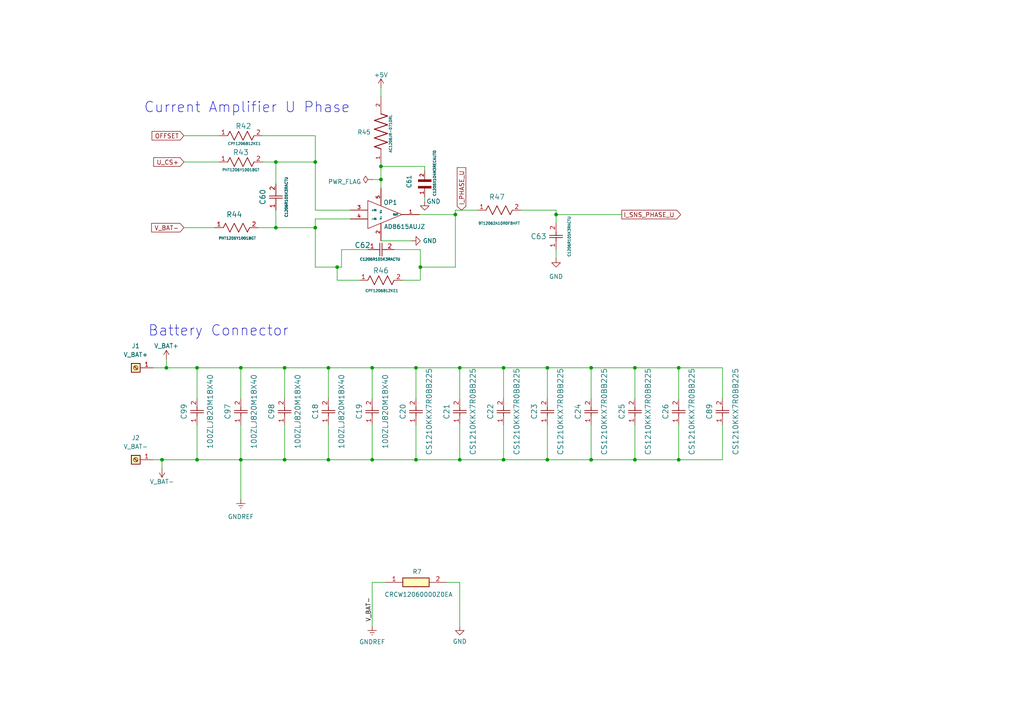
<source format=kicad_sch>
(kicad_sch (version 20231120) (generator "eeschema") (generator_version "8.0")
  (paper "A4")
  (lib_symbols
    (symbol "AD8615:AD8615AUJZ" (pin_names (offset 1.016))
      (property "Reference" "OP" (at 3.556 -12.954 0))
      (property "Value" "AD8615AUJZ" (at 8.128 -21.59 0))
      (symbol "AD8615AUJZ_0_0"
        (pin output line (at 11.176 -17.78 180) (length 5.08) (name "OUT") (number "1"))
        (pin power_in line (at 0 -25.4 90) (length 5.08) (name "V-") (number "2"))
        (pin input line (at -8.89 -16.51 0) (length 5.08) (name "+IN") (number "3"))
        (pin input line (at -8.89 -19.05 0) (length 5.08) (name "-IN") (number "4"))
        (pin power_in line (at 0 -10.16 270) (length 5.08) (name "V+") (number "5"))
      )
      (symbol "AD8615AUJZ_0_1"
        (polyline (pts (xy -3.81 -13.716) (xy -3.81 -21.844) (xy 6.096 -17.78) (xy -3.81 -13.716)))
      )
    )
    (symbol "C15:C1206X104M3RECAUTO" (pin_names (offset 1.016))
      (property "Reference" "C" (at 0 3.8109 0))
      (property "Value" "C1206X104M3RECAUTO" (at 0 -5.0885 0))
      (symbol "C1206X104M3RECAUTO_0_0"
        (rectangle (start 0 -1.9069) (end 0.635 1.905) (stroke (width 0.1)) (fill (type outline)))
        (rectangle (start 1.9069 -1.9069) (end 2.54 1.905) (stroke (width 0.1)) (fill (type outline)))
        (pin passive line (at -2.54 0 0) (length 2.54) (name "~") (number "1"))
        (pin passive line (at 5.08 0 180) (length 2.54) (name "~") (number "2"))
      )
    )
    (symbol "C18:100ZLJ820M18X40" (pin_names (offset 0.254))
      (property "Reference" "C" (at 3.81 3.81 0))
      (property "Value" "100ZLJ820M18X40" (at 3.81 -3.81 0))
      (symbol "100ZLJ820M18X40_1_1"
        (polyline (pts (xy 2.54 0) (xy 3.4798 0)) (stroke (width 0.2032)))
        (polyline (pts (xy 3.4798 -1.905) (xy 3.4798 1.905)) (stroke (width 0.2032)))
        (polyline (pts (xy 4.1148 -1.905) (xy 4.1148 1.905)) (stroke (width 0.2032)))
        (polyline (pts (xy 4.1148 0) (xy 5.08 0)) (stroke (width 0.2032)))
        (pin unspecified line (at 0 0 0) (length 2.54) (name "") (number "1"))
        (pin unspecified line (at 7.62 0 180) (length 2.54) (name "") (number "2"))
      )
      (symbol "100ZLJ820M18X40_1_2"
        (polyline (pts (xy -1.905 -4.1148) (xy 1.905 -4.1148)) (stroke (width 0.2032)))
        (polyline (pts (xy -1.905 -3.4798) (xy 1.905 -3.4798)) (stroke (width 0.2032)))
        (polyline (pts (xy 0 -4.1148) (xy 0 -5.08)) (stroke (width 0.2032)))
        (polyline (pts (xy 0 -2.54) (xy 0 -3.4798)) (stroke (width 0.2032)))
        (pin unspecified line (at 0 0 270) (length 2.54) (name "") (number "1"))
        (pin unspecified line (at 0 -7.62 90) (length 2.54) (name "") (number "2"))
      )
    )
    (symbol "C20:CS1210KKX7R0BB225" (pin_names (offset 0.254))
      (property "Reference" "C" (at 3.81 3.81 0))
      (property "Value" "CS1210KKX7R0BB225" (at 3.81 -3.81 0))
      (symbol "CS1210KKX7R0BB225_1_1"
        (polyline (pts (xy 2.54 0) (xy 3.4798 0)) (stroke (width 0.2032)))
        (polyline (pts (xy 3.4798 -1.905) (xy 3.4798 1.905)) (stroke (width 0.2032)))
        (polyline (pts (xy 4.1148 -1.905) (xy 4.1148 1.905)) (stroke (width 0.2032)))
        (polyline (pts (xy 4.1148 0) (xy 5.08 0)) (stroke (width 0.2032)))
        (pin unspecified line (at 0 0 0) (length 2.54) (name "") (number "1"))
        (pin unspecified line (at 7.62 0 180) (length 2.54) (name "") (number "2"))
      )
      (symbol "CS1210KKX7R0BB225_1_2"
        (polyline (pts (xy -1.905 -4.1148) (xy 1.905 -4.1148)) (stroke (width 0.2032)))
        (polyline (pts (xy -1.905 -3.4798) (xy 1.905 -3.4798)) (stroke (width 0.2032)))
        (polyline (pts (xy 0 -4.1148) (xy 0 -5.08)) (stroke (width 0.2032)))
        (polyline (pts (xy 0 -2.54) (xy 0 -3.4798)) (stroke (width 0.2032)))
        (pin unspecified line (at 0 0 270) (length 2.54) (name "") (number "1"))
        (pin unspecified line (at 0 -7.62 90) (length 2.54) (name "") (number "2"))
      )
    )
    (symbol "C8:C1206R105K3RACTU" (pin_names (offset 0.254))
      (property "Reference" "C" (at 3.81 3.81 0))
      (property "Value" "C1206R105K3RACTU" (at 3.81 -3.81 0))
      (symbol "C1206R105K3RACTU_1_1"
        (polyline (pts (xy 2.54 0) (xy 3.4798 0)) (stroke (width 0.2032)))
        (polyline (pts (xy 3.4798 -1.905) (xy 3.4798 1.905)) (stroke (width 0.2032)))
        (polyline (pts (xy 4.1148 -1.905) (xy 4.1148 1.905)) (stroke (width 0.2032)))
        (polyline (pts (xy 4.1148 0) (xy 5.08 0)) (stroke (width 0.2032)))
        (pin unspecified line (at 0 0 0) (length 2.54) (name "") (number "1"))
        (pin unspecified line (at 7.62 0 180) (length 2.54) (name "") (number "2"))
      )
      (symbol "C1206R105K3RACTU_1_2"
        (polyline (pts (xy -1.905 -4.1148) (xy 1.905 -4.1148)) (stroke (width 0.2032)))
        (polyline (pts (xy -1.905 -3.4798) (xy 1.905 -3.4798)) (stroke (width 0.2032)))
        (polyline (pts (xy 0 -4.1148) (xy 0 -5.08)) (stroke (width 0.2032)))
        (polyline (pts (xy 0 -2.54) (xy 0 -3.4798)) (stroke (width 0.2032)))
        (pin unspecified line (at 0 0 270) (length 2.54) (name "") (number "1"))
        (pin unspecified line (at 0 -7.62 90) (length 2.54) (name "") (number "2"))
      )
    )
    (symbol "Connector:Screw_Terminal_01x01" (pin_names (offset 1.016) hide)
      (property "Reference" "J" (at 0 2.54 0))
      (property "Value" "Screw_Terminal_01x01" (at 0 -2.54 0))
      (symbol "Screw_Terminal_01x01_1_1"
        (rectangle (start -1.27 1.27) (end 1.27 -1.27) (stroke (width 0.254)) (fill (type background)))
        (polyline (pts (xy -0.5334 0.3302) (xy 0.3302 -0.508)) (stroke (width 0.1524)))
        (polyline (pts (xy -0.3556 0.508) (xy 0.508 -0.3302)) (stroke (width 0.1524)))
        (circle (center 0 0) (radius 0.635) (stroke (width 0.1524)))
        (pin passive line (at -5.08 0 0) (length 3.81) (name "Pin_1") (number "1"))
      )
    )
    (symbol "R12:AC1206JR-0710RL" (pin_names (offset 1.016))
      (property "Reference" "R" (at -7.6244 2.5415 0))
      (property "Value" "AC1206JR-0710RL" (at -7.63 -5.0866 0))
      (symbol "AC1206JR-0710RL_0_0"
        (polyline (pts (xy -5.08 0) (xy -4.445 1.905)) (stroke (width 0.254)))
        (polyline (pts (xy -4.445 1.905) (xy -3.175 -1.905)) (stroke (width 0.254)))
        (polyline (pts (xy -3.175 -1.905) (xy -1.905 1.905)) (stroke (width 0.254)))
        (polyline (pts (xy -1.905 1.905) (xy -0.635 -1.905)) (stroke (width 0.254)))
        (polyline (pts (xy -0.635 -1.905) (xy 0.635 1.905)) (stroke (width 0.254)))
        (polyline (pts (xy 0.635 1.905) (xy 1.905 -1.905)) (stroke (width 0.254)))
        (polyline (pts (xy 1.905 -1.905) (xy 3.175 1.905)) (stroke (width 0.254)))
        (polyline (pts (xy 3.175 1.905) (xy 4.445 -1.905)) (stroke (width 0.254)))
        (polyline (pts (xy 4.445 -1.905) (xy 5.08 0)) (stroke (width 0.254)))
        (pin passive line (at -10.16 0 0) (length 5.08) (name "~") (number "1"))
        (pin passive line (at 10.16 0 180) (length 5.08) (name "~") (number "2"))
      )
    )
    (symbol "R42:CPF1206B12KE1" (pin_names (offset 0.254))
      (property "Reference" "R" (at 5.715 3.81 0))
      (property "Value" "CPF1206B12KE1" (at 6.35 -3.81 0))
      (symbol "CPF1206B12KE1_1_1"
        (polyline (pts (xy 2.54 0) (xy 3.175 1.27)) (stroke (width 0.2032)))
        (polyline (pts (xy 3.175 1.27) (xy 4.445 -1.27)) (stroke (width 0.2032)))
        (polyline (pts (xy 4.445 -1.27) (xy 5.715 1.27)) (stroke (width 0.2032)))
        (polyline (pts (xy 5.715 1.27) (xy 6.985 -1.27)) (stroke (width 0.2032)))
        (polyline (pts (xy 6.985 -1.27) (xy 8.255 1.27)) (stroke (width 0.2032)))
        (polyline (pts (xy 8.255 1.27) (xy 9.525 -1.27)) (stroke (width 0.2032)))
        (polyline (pts (xy 9.525 -1.27) (xy 10.16 0)) (stroke (width 0.2032)))
        (pin unspecified line (at 12.7 0 180) (length 2.54) (name "") (number "1"))
        (pin unspecified line (at 0 0 0) (length 2.54) (name "") (number "2"))
      )
      (symbol "CPF1206B12KE1_1_2"
        (polyline (pts (xy -1.27 3.175) (xy 1.27 4.445)) (stroke (width 0.2032)))
        (polyline (pts (xy -1.27 5.715) (xy 1.27 6.985)) (stroke (width 0.2032)))
        (polyline (pts (xy -1.27 8.255) (xy 1.27 9.525)) (stroke (width 0.2032)))
        (polyline (pts (xy 0 2.54) (xy -1.27 3.175)) (stroke (width 0.2032)))
        (polyline (pts (xy 1.27 4.445) (xy -1.27 5.715)) (stroke (width 0.2032)))
        (polyline (pts (xy 1.27 6.985) (xy -1.27 8.255)) (stroke (width 0.2032)))
        (polyline (pts (xy 1.27 9.525) (xy 0 10.16)) (stroke (width 0.2032)))
        (pin unspecified line (at 0 12.7 270) (length 2.54) (name "") (number "1"))
        (pin unspecified line (at 0 0 90) (length 2.54) (name "") (number "2"))
      )
    )
    (symbol "R43:PHT1206Y1001BGT" (pin_names (offset 0.254))
      (property "Reference" "R" (at 5.715 3.81 0))
      (property "Value" "PHT1206Y1001BGT" (at 6.35 -3.81 0))
      (symbol "PHT1206Y1001BGT_1_1"
        (polyline (pts (xy 2.54 0) (xy 3.175 1.27)) (stroke (width 0.2032)))
        (polyline (pts (xy 3.175 1.27) (xy 4.445 -1.27)) (stroke (width 0.2032)))
        (polyline (pts (xy 4.445 -1.27) (xy 5.715 1.27)) (stroke (width 0.2032)))
        (polyline (pts (xy 5.715 1.27) (xy 6.985 -1.27)) (stroke (width 0.2032)))
        (polyline (pts (xy 6.985 -1.27) (xy 8.255 1.27)) (stroke (width 0.2032)))
        (polyline (pts (xy 8.255 1.27) (xy 9.525 -1.27)) (stroke (width 0.2032)))
        (polyline (pts (xy 9.525 -1.27) (xy 10.16 0)) (stroke (width 0.2032)))
        (pin unspecified line (at 0 0 0) (length 2.54) (name "") (number "1"))
        (pin unspecified line (at 12.7 0 180) (length 2.54) (name "") (number "2"))
      )
      (symbol "PHT1206Y1001BGT_1_2"
        (polyline (pts (xy -1.27 3.175) (xy 1.27 4.445)) (stroke (width 0.2032)))
        (polyline (pts (xy -1.27 5.715) (xy 1.27 6.985)) (stroke (width 0.2032)))
        (polyline (pts (xy -1.27 8.255) (xy 1.27 9.525)) (stroke (width 0.2032)))
        (polyline (pts (xy 0 2.54) (xy -1.27 3.175)) (stroke (width 0.2032)))
        (polyline (pts (xy 1.27 4.445) (xy -1.27 5.715)) (stroke (width 0.2032)))
        (polyline (pts (xy 1.27 6.985) (xy -1.27 8.255)) (stroke (width 0.2032)))
        (polyline (pts (xy 1.27 9.525) (xy 0 10.16)) (stroke (width 0.2032)))
        (pin unspecified line (at 0 12.7 270) (length 2.54) (name "") (number "1"))
        (pin unspecified line (at 0 0 90) (length 2.54) (name "") (number "2"))
      )
    )
    (symbol "R47:9T12062A10R0FBHFT" (pin_names (offset 0.254))
      (property "Reference" "R" (at 5.715 3.81 0))
      (property "Value" "9T12062A10R0FBHFT" (at 6.35 -3.81 0))
      (symbol "9T12062A10R0FBHFT_1_1"
        (polyline (pts (xy 2.54 0) (xy 3.175 1.27)) (stroke (width 0.2032)))
        (polyline (pts (xy 3.175 1.27) (xy 4.445 -1.27)) (stroke (width 0.2032)))
        (polyline (pts (xy 4.445 -1.27) (xy 5.715 1.27)) (stroke (width 0.2032)))
        (polyline (pts (xy 5.715 1.27) (xy 6.985 -1.27)) (stroke (width 0.2032)))
        (polyline (pts (xy 6.985 -1.27) (xy 8.255 1.27)) (stroke (width 0.2032)))
        (polyline (pts (xy 8.255 1.27) (xy 9.525 -1.27)) (stroke (width 0.2032)))
        (polyline (pts (xy 9.525 -1.27) (xy 10.16 0)) (stroke (width 0.2032)))
        (pin unspecified line (at 0 0 0) (length 2.54) (name "") (number "1"))
        (pin unspecified line (at 12.7 0 180) (length 2.54) (name "") (number "2"))
      )
      (symbol "9T12062A10R0FBHFT_1_2"
        (polyline (pts (xy -1.27 3.175) (xy 1.27 4.445)) (stroke (width 0.2032)))
        (polyline (pts (xy -1.27 5.715) (xy 1.27 6.985)) (stroke (width 0.2032)))
        (polyline (pts (xy -1.27 8.255) (xy 1.27 9.525)) (stroke (width 0.2032)))
        (polyline (pts (xy 0 2.54) (xy -1.27 3.175)) (stroke (width 0.2032)))
        (polyline (pts (xy 1.27 4.445) (xy -1.27 5.715)) (stroke (width 0.2032)))
        (polyline (pts (xy 1.27 6.985) (xy -1.27 8.255)) (stroke (width 0.2032)))
        (polyline (pts (xy 1.27 9.525) (xy 0 10.16)) (stroke (width 0.2032)))
        (pin unspecified line (at 0 12.7 270) (length 2.54) (name "") (number "1"))
        (pin unspecified line (at 0 0 90) (length 2.54) (name "") (number "2"))
      )
    )
    (symbol "R7:CRCW12060000Z0EA" (pin_names hide)
      (property "Reference" "R" (at 13.97 6.35 0))
      (property "Value" "CRCW12060000Z0EA" (at 13.97 3.81 0))
      (symbol "CRCW12060000Z0EA_1_1"
        (rectangle (start 5.08 1.27) (end 12.7 -1.27) (stroke (width 0.254)) (fill (type background)))
        (pin passive line (at 0 0 0) (length 5.08) (name "1") (number "1"))
        (pin passive line (at 17.78 0 180) (length 5.08) (name "2") (number "2"))
      )
    )
    (symbol "power:+5V" (power) (pin_names (offset 0))
      (property "Value" "+5V" (at 0 3.556 0))
      (symbol "+5V_0_1"
        (polyline (pts (xy -0.762 1.27) (xy 0 2.54)))
        (polyline (pts (xy 0 0) (xy 0 2.54)))
        (polyline (pts (xy 0 2.54) (xy 0.762 1.27)))
      )
      (symbol "+5V_1_1"
        (pin power_in line (at 0 0 90) (length 0) hide (name "+5V") (number "1"))
      )
    )
    (symbol "power:GND" (power) (pin_names (offset 0))
      (property "Value" "GND" (at 0 -3.81 0))
      (symbol "GND_0_1"
        (polyline (pts (xy 0 0) (xy 0 -1.27) (xy 1.27 -1.27) (xy 0 -2.54) (xy -1.27 -1.27) (xy 0 -1.27)))
      )
      (symbol "GND_1_1"
        (pin power_in line (at 0 0 270) (length 0) hide (name "GND") (number "1"))
      )
    )
    (symbol "power:GNDREF" (power) (pin_names (offset 0))
      (property "Value" "GNDREF" (at 0 -3.81 0))
      (symbol "GNDREF_0_1"
        (polyline (pts (xy -0.635 -1.905) (xy 0.635 -1.905)))
        (polyline (pts (xy -0.127 -2.54) (xy 0.127 -2.54)))
        (polyline (pts (xy 0 -1.27) (xy 0 0)))
        (polyline (pts (xy 1.27 -1.27) (xy -1.27 -1.27)))
      )
      (symbol "GNDREF_1_1"
        (pin power_in line (at 0 0 270) (length 0) hide (name "GNDREF") (number "1"))
      )
    )
    (symbol "power:PWR_FLAG" (power) (pin_numbers hide) (pin_names (offset 0) hide)
      (property "Value" "PWR_FLAG" (at 0 3.81 0))
      (symbol "PWR_FLAG_0_0"
        (pin power_out line (at 0 0 90) (length 0) (name "pwr") (number "1"))
      )
      (symbol "PWR_FLAG_0_1"
        (polyline (pts (xy 0 0) (xy 0 1.27) (xy -1.016 1.905) (xy 0 2.54) (xy 1.016 1.905) (xy 0 1.27)))
      )
    )
  )
  (junction (at 133.35 106.68))
  (junction (at 95.25 106.68))
  (junction (at 107.95 133.35))
  (junction (at 133.35 133.35))
  (junction (at 69.85 133.35))
  (junction (at 107.95 106.68))
  (junction (at 69.85 106.68))
  (junction (at 46.99 133.35))
  (junction (at 196.85 106.68))
  (junction (at 110.49 52.07))
  (junction (at 146.05 106.68))
  (junction (at 132.08 62.23))
  (junction (at 91.44 66.04))
  (junction (at 57.15 133.35))
  (junction (at 82.55 106.68))
  (junction (at 161.29 62.23))
  (junction (at 184.15 106.68))
  (junction (at 196.85 133.35))
  (junction (at 171.45 133.35))
  (junction (at 82.55 133.35))
  (junction (at 184.15 133.35))
  (junction (at 57.15 106.68))
  (junction (at 91.44 46.99))
  (junction (at 48.26 106.68))
  (junction (at 120.65 133.35))
  (junction (at 120.65 106.68))
  (junction (at 95.25 133.35))
  (junction (at 146.05 133.35))
  (junction (at 171.45 106.68))
  (junction (at 121.92 77.47))
  (junction (at 80.01 46.99))
  (junction (at 80.01 66.04))
  (junction (at 158.75 133.35))
  (junction (at 97.79 77.47))
  (junction (at 110.49 48.26))
  (junction (at 158.75 106.68))
  (wire (pts (xy 132.08 60.96) (xy 132.08 62.23)))
  (wire (pts (xy 46.99 135.89) (xy 46.99 133.35)))
  (wire (pts (xy 95.25 106.68) (xy 107.95 106.68)))
  (wire (pts (xy 146.05 123.19) (xy 146.05 133.35)))
  (wire (pts (xy 97.79 77.47) (xy 91.44 77.47)))
  (wire (pts (xy 161.29 62.23) (xy 180.34 62.23)))
  (wire (pts (xy 196.85 106.68) (xy 209.55 106.68)))
  (wire (pts (xy 80.01 66.04) (xy 91.44 66.04)))
  (wire (pts (xy 184.15 106.68) (xy 196.85 106.68)))
  (wire (pts (xy 91.44 60.96) (xy 101.6 60.96)))
  (wire (pts (xy 95.25 133.35) (xy 107.95 133.35)))
  (wire (pts (xy 74.93 66.04) (xy 80.01 66.04)))
  (wire (pts (xy 129.54 168.91) (xy 133.35 168.91)))
  (wire (pts (xy 69.85 106.68) (xy 82.55 106.68)))
  (wire (pts (xy 107.95 106.68) (xy 120.65 106.68)))
  (wire (pts (xy 151.13 60.96) (xy 161.29 60.96)))
  (wire (pts (xy 121.666 62.23) (xy 132.08 62.23)))
  (wire (pts (xy 132.08 60.96) (xy 138.43 60.96)))
  (wire (pts (xy 196.85 133.35) (xy 209.55 133.35)))
  (wire (pts (xy 184.15 123.19) (xy 184.15 133.35)))
  (wire (pts (xy 82.55 123.19) (xy 82.55 133.35)))
  (wire (pts (xy 209.55 123.19) (xy 209.55 133.35)))
  (wire (pts (xy 91.44 63.5) (xy 101.6 63.5)))
  (wire (pts (xy 91.44 46.99) (xy 91.44 60.96)))
  (wire (pts (xy 107.95 123.19) (xy 107.95 133.35)))
  (wire (pts (xy 121.92 77.47) (xy 132.08 77.47)))
  (wire (pts (xy 110.49 52.07) (xy 110.49 54.61)))
  (wire (pts (xy 110.49 48.26) (xy 110.49 52.07)))
  (wire (pts (xy 107.95 133.35) (xy 120.65 133.35)))
  (wire (pts (xy 69.85 123.19) (xy 69.85 133.35)))
  (wire (pts (xy 48.26 104.14) (xy 48.26 106.68)))
  (wire (pts (xy 69.85 133.35) (xy 82.55 133.35)))
  (wire (pts (xy 57.15 106.68) (xy 69.85 106.68)))
  (wire (pts (xy 133.35 106.68) (xy 146.05 106.68)))
  (wire (pts (xy 107.95 168.91) (xy 111.76 168.91)))
  (wire (pts (xy 76.2 46.99) (xy 80.01 46.99)))
  (wire (pts (xy 99.06 72.39) (xy 106.68 72.39)))
  (wire (pts (xy 80.01 46.99) (xy 80.01 53.34)))
  (wire (pts (xy 69.85 106.68) (xy 69.85 115.57)))
  (wire (pts (xy 99.06 77.47) (xy 99.06 72.39)))
  (wire (pts (xy 107.95 52.07) (xy 110.49 52.07)))
  (wire (pts (xy 161.29 72.39) (xy 161.29 74.93)))
  (wire (pts (xy 91.44 66.04) (xy 91.44 77.47)))
  (wire (pts (xy 110.49 25.4) (xy 110.49 27.94)))
  (wire (pts (xy 158.75 123.19) (xy 158.75 133.35)))
  (wire (pts (xy 158.75 133.35) (xy 171.45 133.35)))
  (wire (pts (xy 120.65 133.35) (xy 133.35 133.35)))
  (wire (pts (xy 80.01 60.96) (xy 80.01 66.04)))
  (wire (pts (xy 184.15 133.35) (xy 196.85 133.35)))
  (wire (pts (xy 184.15 106.68) (xy 184.15 115.57)))
  (wire (pts (xy 120.65 123.19) (xy 120.65 133.35)))
  (wire (pts (xy 44.45 106.68) (xy 48.26 106.68)))
  (wire (pts (xy 146.05 106.68) (xy 146.05 115.57)))
  (wire (pts (xy 44.45 133.35) (xy 46.99 133.35)))
  (wire (pts (xy 209.55 106.68) (xy 209.55 115.57)))
  (wire (pts (xy 57.15 133.35) (xy 69.85 133.35)))
  (wire (pts (xy 69.85 133.35) (xy 69.85 144.78)))
  (wire (pts (xy 123.19 48.26) (xy 123.19 49.53)))
  (wire (pts (xy 120.65 106.68) (xy 133.35 106.68)))
  (wire (pts (xy 121.92 77.47) (xy 121.92 72.39)))
  (wire (pts (xy 132.08 62.23) (xy 132.08 77.47)))
  (wire (pts (xy 95.25 123.19) (xy 95.25 133.35)))
  (wire (pts (xy 120.65 106.68) (xy 120.65 115.57)))
  (wire (pts (xy 80.01 46.99) (xy 91.44 46.99)))
  (wire (pts (xy 123.19 57.15) (xy 123.19 58.42)))
  (wire (pts (xy 146.05 106.68) (xy 158.75 106.68)))
  (wire (pts (xy 97.79 81.28) (xy 97.79 77.47)))
  (wire (pts (xy 57.15 123.19) (xy 57.15 133.35)))
  (wire (pts (xy 133.35 123.19) (xy 133.35 133.35)))
  (wire (pts (xy 53.34 46.99) (xy 63.5 46.99)))
  (wire (pts (xy 91.44 63.5) (xy 91.44 66.04)))
  (wire (pts (xy 133.35 133.35) (xy 146.05 133.35)))
  (wire (pts (xy 161.29 62.23) (xy 161.29 64.77)))
  (wire (pts (xy 97.79 81.28) (xy 104.14 81.28)))
  (wire (pts (xy 171.45 106.68) (xy 184.15 106.68)))
  (wire (pts (xy 95.25 106.68) (xy 95.25 115.57)))
  (wire (pts (xy 133.35 106.68) (xy 133.35 115.57)))
  (wire (pts (xy 46.99 133.35) (xy 57.15 133.35)))
  (wire (pts (xy 99.06 77.47) (xy 97.79 77.47)))
  (wire (pts (xy 196.85 106.68) (xy 196.85 115.57)))
  (wire (pts (xy 91.44 46.99) (xy 91.44 39.37)))
  (wire (pts (xy 107.95 106.68) (xy 107.95 115.57)))
  (wire (pts (xy 53.34 66.04) (xy 62.23 66.04)))
  (wire (pts (xy 171.45 133.35) (xy 184.15 133.35)))
  (wire (pts (xy 158.75 106.68) (xy 158.75 115.57)))
  (wire (pts (xy 82.55 106.68) (xy 95.25 106.68)))
  (wire (pts (xy 121.92 81.28) (xy 121.92 77.47)))
  (wire (pts (xy 57.15 106.68) (xy 57.15 115.57)))
  (wire (pts (xy 82.55 106.68) (xy 82.55 115.57)))
  (wire (pts (xy 196.85 123.19) (xy 196.85 133.35)))
  (wire (pts (xy 76.2 39.37) (xy 91.44 39.37)))
  (wire (pts (xy 171.45 123.19) (xy 171.45 133.35)))
  (wire (pts (xy 133.35 168.91) (xy 133.35 181.61)))
  (wire (pts (xy 53.34 39.37) (xy 63.5 39.37)))
  (wire (pts (xy 158.75 106.68) (xy 171.45 106.68)))
  (wire (pts (xy 82.55 133.35) (xy 95.25 133.35)))
  (wire (pts (xy 146.05 133.35) (xy 158.75 133.35)))
  (wire (pts (xy 123.19 48.26) (xy 110.49 48.26)))
  (wire (pts (xy 161.29 60.96) (xy 161.29 62.23)))
  (wire (pts (xy 110.49 69.85) (xy 119.38 69.85)))
  (wire (pts (xy 48.26 106.68) (xy 57.15 106.68)))
  (wire (pts (xy 114.3 72.39) (xy 121.92 72.39)))
  (wire (pts (xy 107.95 168.91) (xy 107.95 181.61)))
  (wire (pts (xy 171.45 106.68) (xy 171.45 115.57)))
  (wire (pts (xy 116.84 81.28) (xy 121.92 81.28)))
  (text "Battery Connector" (at 83.82 97.79 0) (effects (font (size 3 3)) (justify right bottom)))
  (text "Current Amplifier U Phase" (at 101.6 33.02 0) (effects (font (size 3 3)) (justify right bottom)))
  (label "V_BAT-" (at 107.95 180.34 90))
  (global_label "I_PHASE_U" (shape input) (at 133.858 60.96 90) (property "Intersheetrefs" "${INTERSHEET_REFS}" (effects (hide yes))))
  (global_label "V_BAT-" (shape input) (at 53.34 66.04 180) (property "Intersheetrefs" "${INTERSHEET_REFS}" (effects (hide yes))))
  (global_label "I_SNS_PHASE_U" (shape output) (at 180.34 62.23 0) (property "Intersheetrefs" "${INTERSHEET_REFS}" (effects (hide yes))))
  (global_label "OFFSET" (shape input) (at 53.34 39.37 180) (property "Intersheetrefs" "${INTERSHEET_REFS}" (effects (hide yes))))
  (global_label "U_CS+" (shape input) (at 53.34 46.99 180) (property "Intersheetrefs" "${INTERSHEET_REFS}" (effects (hide yes))))
  (symbol (lib_id "R7:CRCW12060000Z0EA") (at 111.76 168.91 0) (unit 1)
    (property "Reference" "R7" (at 119.634 165.1 0) (effects (justify left top)))
    (property "Value" "CRCW12060000Z0EA" (at 111.506 171.704 0) (effects (justify left top)))
    (property "Footprint" "Resistor_SMD:R_1206_3216Metric_Pad1.30x1.75mm_HandSolder" (effects (hide yes)))
    (property "Datasheet" "http://www.vishay.com/docs/20035/dcrcwe3.pdf" (effects (hide yes)))
    (property "Description" "CRCW1206 Surface Mount Resistor, 0R0 Vishay CRCW Series Thick Film Surface Mount Resistor 1206 Case 0 1% 0.25W" (effects (hide yes)))
  )
  (symbol (lib_id "C20:CS1210KKX7R0BB225") (at 196.85 123.19 90) (unit 1)
    (property "Reference" "C26" (at 193.04 119.38 0) (effects (font (size 1.524 1.524))))
    (property "Value" "CS1210KKX7R0BB225" (at 200.66 119.38 0) (effects (font (size 1.524 1.524))))
    (property "Footprint" "Capacitor_SMD:C_1206_3216Metric" (effects (hide yes)))
    (property "Datasheet" "CS1210KKX7R0BB225" (effects (hide yes)))
  )
  (symbol (lib_id "power:+5V") (at 48.26 104.14 0) (unit 1)
    (property "Reference" "#PWR020" (effects (hide yes)))
    (property "Value" "V_BAT+" (at 48.26 100.33 0))
  )
  (symbol (lib_id "C18:100ZLJ820M18X40") (at 107.95 123.19 90) (unit 1)
    (property "Reference" "C19" (at 104.14 119.38 0) (effects (font (size 1.524 1.524))))
    (property "Value" "100ZLJ820M18X40" (at 111.76 119.38 0) (effects (font (size 1.524 1.524))))
    (property "Footprint" "Kap-1206-Footprints:C18" (effects (hide yes)))
    (property "Datasheet" "100ZLJ820M18X40" (effects (hide yes)))
  )
  (symbol (lib_id "C18:100ZLJ820M18X40") (at 57.15 123.19 90) (unit 1)
    (property "Reference" "C99" (at 53.34 119.38 0) (effects (font (size 1.524 1.524))))
    (property "Value" "100ZLJ820M18X40" (at 60.96 119.38 0) (effects (font (size 1.524 1.524))))
    (property "Footprint" "Kap-1206-Footprints:C18" (effects (hide yes)))
    (property "Datasheet" "100ZLJ820M18X40" (effects (hide yes)))
  )
  (symbol (lib_id "C18:100ZLJ820M18X40") (at 95.25 123.19 90) (unit 1)
    (property "Reference" "C18" (at 91.44 119.38 0) (effects (font (size 1.524 1.524))))
    (property "Value" "100ZLJ820M18X40" (at 99.06 119.38 0) (effects (font (size 1.524 1.524))))
    (property "Footprint" "Kap-1206-Footprints:C18" (effects (hide yes)))
    (property "Datasheet" "100ZLJ820M18X40" (effects (hide yes)))
  )
  (symbol (lib_id "C8:C1206R105K3RACTU") (at 106.68 72.39 0) (unit 1)
    (property "Reference" "C62" (at 105.156 71.12 0) (effects (font (size 1.524 1.524))))
    (property "Value" "C1206R105K3RACTU" (at 110.236 75.184 0) (effects (font (size 0.762 0.762))))
    (property "Footprint" "Capacitor_SMD:C_1206_3216Metric" (effects (hide yes)))
    (property "Datasheet" "C1206R105K3RACTU" (effects (hide yes)))
  )
  (symbol (lib_id "C20:CS1210KKX7R0BB225") (at 158.75 123.19 90) (unit 1)
    (property "Reference" "C23" (at 154.94 119.38 0) (effects (font (size 1.524 1.524))))
    (property "Value" "CS1210KKX7R0BB225" (at 162.56 119.38 0) (effects (font (size 1.524 1.524))))
    (property "Footprint" "Capacitor_SMD:C_1206_3216Metric" (effects (hide yes)))
    (property "Datasheet" "CS1210KKX7R0BB225" (effects (hide yes)))
  )
  (symbol (lib_id "power:GND") (at 119.38 69.85 90) (unit 1)
    (property "Reference" "#PWR014" (effects (hide yes)))
    (property "Value" "GND" (at 124.6632 69.85 90))
  )
  (symbol (lib_id "power:GND") (at 133.35 181.61 0) (unit 1)
    (property "Reference" "#PWR0102" (effects (hide yes)))
    (property "Value" "GND" (at 133.35 186.055 0))
  )
  (symbol (lib_id "C18:100ZLJ820M18X40") (at 69.85 123.19 90) (unit 1)
    (property "Reference" "C97" (at 66.04 119.38 0) (effects (font (size 1.524 1.524))))
    (property "Value" "100ZLJ820M18X40" (at 73.66 119.38 0) (effects (font (size 1.524 1.524))))
    (property "Footprint" "Kap-1206-Footprints:C18" (effects (hide yes)))
    (property "Datasheet" "100ZLJ820M18X40" (effects (hide yes)))
  )
  (symbol (lib_id "C18:100ZLJ820M18X40") (at 82.55 123.19 90) (unit 1)
    (property "Reference" "C98" (at 78.74 119.38 0) (effects (font (size 1.524 1.524))))
    (property "Value" "100ZLJ820M18X40" (at 86.36 119.38 0) (effects (font (size 1.524 1.524))))
    (property "Footprint" "Kap-1206-Footprints:C18" (effects (hide yes)))
    (property "Datasheet" "100ZLJ820M18X40" (effects (hide yes)))
  )
  (symbol (lib_id "C20:CS1210KKX7R0BB225") (at 184.15 123.19 90) (unit 1)
    (property "Reference" "C25" (at 180.34 119.38 0) (effects (font (size 1.524 1.524))))
    (property "Value" "CS1210KKX7R0BB225" (at 187.96 119.38 0) (effects (font (size 1.524 1.524))))
    (property "Footprint" "Capacitor_SMD:C_1206_3216Metric" (effects (hide yes)))
    (property "Datasheet" "CS1210KKX7R0BB225" (effects (hide yes)))
  )
  (symbol (lib_id "power:GND") (at 123.19 58.42 0) (unit 1)
    (property "Reference" "#PWR013" (effects (hide yes)))
    (property "Value" "GND" (at 125.73 58.42 0))
  )
  (symbol (lib_id "Connector:Screw_Terminal_01x01") (at 39.37 106.68 180) (unit 1)
    (property "Reference" "J1" (at 39.37 100.33 0))
    (property "Value" "V_BAT+" (at 39.37 102.87 0))
    (property "Footprint" "Misc-Footprints:J1" (effects (hide yes)))
  )
  (symbol (lib_id "power:GND") (at 161.29 74.93 0) (unit 1)
    (property "Reference" "#PWR015" (effects (hide yes)))
    (property "Value" "GND" (at 161.29 80.2132 0))
  )
  (symbol (lib_id "C20:CS1210KKX7R0BB225") (at 146.05 123.19 90) (unit 1)
    (property "Reference" "C22" (at 142.24 119.38 0) (effects (font (size 1.524 1.524))))
    (property "Value" "CS1210KKX7R0BB225" (at 149.86 119.38 0) (effects (font (size 1.524 1.524))))
    (property "Footprint" "Capacitor_SMD:C_1206_3216Metric" (effects (hide yes)))
    (property "Datasheet" "CS1210KKX7R0BB225" (effects (hide yes)))
  )
  (symbol (lib_id "C15:C1206X104M3RECAUTO") (at 123.19 54.61 90) (unit 1)
    (property "Reference" "C61" (at 119.3791 54.61 0) (effects (justify left bottom)))
    (property "Value" "C1206X104M3RECAUTO" (at 126.492 56.896 0) (effects (font (size 0.762 0.762)) (justify left bottom)))
    (property "Footprint" "Capacitor_SMD:C_1206_3216Metric" (effects (hide yes)))
    (property "Datasheet" "C15" (effects (hide yes)))
  )
  (symbol (lib_id "R42:CPF1206B12KE1") (at 76.2 39.37 180) (unit 1)
    (property "Reference" "R42" (at 70.612 36.576 0) (effects (font (size 1.524 1.524))))
    (property "Value" "CPF1206B12KE1" (at 70.866 41.656 0) (effects (font (size 0.762 0.762))))
    (property "Footprint" "Resistor_SMD:R_1206_3216Metric_Pad1.30x1.75mm_HandSolder" (effects (hide yes)))
    (property "Datasheet" "CPF1206B12KE1" (effects (hide yes)))
  )
  (symbol (lib_id "C20:CS1210KKX7R0BB225") (at 120.65 123.19 90) (unit 1)
    (property "Reference" "C20" (at 116.84 119.38 0) (effects (font (size 1.524 1.524))))
    (property "Value" "CS1210KKX7R0BB225" (at 124.46 119.38 0) (effects (font (size 1.524 1.524))))
    (property "Footprint" "Capacitor_SMD:C_1206_3216Metric" (effects (hide yes)))
    (property "Datasheet" "CS1210KKX7R0BB225" (effects (hide yes)))
  )
  (symbol (lib_id "C20:CS1210KKX7R0BB225") (at 133.35 123.19 90) (unit 1)
    (property "Reference" "C21" (at 129.54 119.38 0) (effects (font (size 1.524 1.524))))
    (property "Value" "CS1210KKX7R0BB225" (at 137.16 119.38 0) (effects (font (size 1.524 1.524))))
    (property "Footprint" "Capacitor_SMD:C_1206_3216Metric" (effects (hide yes)))
    (property "Datasheet" "CS1210KKX7R0BB225" (effects (hide yes)))
  )
  (symbol (lib_id "R43:PHT1206Y1001BGT") (at 63.5 46.99 0) (unit 1)
    (property "Reference" "R43" (at 69.85 44.196 0) (effects (font (size 1.524 1.524))))
    (property "Value" "PHT1206Y1001BGT" (at 69.85 49.276 0) (effects (font (size 0.762 0.762))))
    (property "Footprint" "Resistor_SMD:R_1206_3216Metric_Pad1.30x1.75mm_HandSolder" (effects (hide yes)))
    (property "Datasheet" "PHT1206Y1001BGT" (effects (hide yes)))
  )
  (symbol (lib_id "C8:C1206R105K3RACTU") (at 80.01 60.96 90) (unit 1)
    (property "Reference" "C60" (at 76.2 57.15 0) (effects (font (size 1.524 1.524))))
    (property "Value" "C1206R105K3RACTU" (at 83.058 57.15 0) (effects (font (size 0.762 0.762))))
    (property "Footprint" "Capacitor_SMD:C_1206_3216Metric" (effects (hide yes)))
    (property "Datasheet" "C1206R105K3RACTU" (effects (hide yes)))
  )
  (symbol (lib_id "AD8615:AD8615AUJZ") (at 110.49 44.45 0) (unit 1)
    (property "Reference" "OP1" (at 113.2332 58.7248 0))
    (property "Value" "AD8615AUJZ" (at 117.348 65.7352 0))
    (property "Footprint" "infineon-library-footprints:AD8615" (effects (hide yes)))
    (property "Description" "Precision 20 MHz CMOS Single RRIO Operational Amplifier" (effects (hide yes)))
    (property "MF" "Analog Devices" (effects (hide yes)))
    (property "PACKAGE" "SOT-23-5" (effects (hide yes)))
    (property "MPN" "AD8615AUJZ" (effects (hide yes)))
    (property "Price" "None" (effects (hide yes)))
    (property "Package" "TSOT-5 Analog Devices" (effects (hide yes)))
    (property "OC_FARNELL" "9079408" (effects (hide yes)))
    (property "SnapEDA_Link" "https://www.snapeda.com/parts/AD8615AUJZ-REEL7/Analog+Devices/view-part/?ref=snap" (effects (hide yes)))
    (property "MP" "AD8615AUJZ-REEL7" (effects (hide yes)))
    (property "Purchase-URL" "https://www.snapeda.com/api/url_track_click_mouser/?unipart_id=45535&manufacturer=Analog Devices&part_name=AD8615AUJZ-REEL7&search_term=ad8615" (effects (hide yes)))
    (property "SUPPLIER" "Analog Devices" (effects (hide yes)))
    (property "OC_NEWARK" "31M4569" (effects (hide yes)))
    (property "Availability" "In Stock" (effects (hide yes)))
    (property "Check_prices" "https://www.snapeda.com/parts/AD8615AUJZ-REEL7/Analog+Devices/view-part/?ref=eda" (effects (hide yes)))
  )
  (symbol (lib_id "C8:C1206R105K3RACTU") (at 161.29 72.39 90) (unit 1)
    (property "Reference" "C63" (at 156.21 68.58 90) (effects (font (size 1.524 1.524))))
    (property "Value" "C1206R105K3RACTU" (at 165.1 68.58 0) (effects (font (size 0.762 0.762))))
    (property "Footprint" "Capacitor_SMD:C_1206_3216Metric" (effects (hide yes)))
    (property "Datasheet" "C1206R105K3RACTU" (effects (hide yes)))
  )
  (symbol (lib_id "R42:CPF1206B12KE1") (at 116.84 81.28 180) (unit 1)
    (property "Reference" "R46" (at 110.49 78.486 0) (effects (font (size 1.524 1.524))))
    (property "Value" "CPF1206B12KE1" (at 110.744 84.328 0) (effects (font (size 0.762 0.762))))
    (property "Footprint" "Resistor_SMD:R_1206_3216Metric_Pad1.30x1.75mm_HandSolder" (effects (hide yes)))
    (property "Datasheet" "CPF1206B12KE1" (effects (hide yes)))
  )
  (symbol (lib_id "power:+5V") (at 110.49 25.4 0) (unit 1)
    (property "Reference" "#PWR012" (effects (hide yes)))
    (property "Value" "+5V" (at 110.49 21.7424 0))
  )
  (symbol (lib_id "power:PWR_FLAG") (at 107.95 52.07 90) (unit 1)
    (property "Reference" "#FLG01" (effects (hide yes)))
    (property "Value" "PWR_FLAG" (at 104.775 52.705 90) (effects (justify left)))
  )
  (symbol (lib_id "power:GNDREF") (at 69.85 144.78 0) (unit 1)
    (property "Reference" "#PWR0103" (effects (hide yes)))
    (property "Value" "GNDREF" (at 69.85 149.86 0))
  )
  (symbol (lib_id "R43:PHT1206Y1001BGT") (at 62.23 66.04 0) (unit 1)
    (property "Reference" "R44" (at 67.945 62.23 0) (effects (font (size 1.524 1.524))))
    (property "Value" "PHT1206Y1001BGT" (at 68.834 69.088 0) (effects (font (size 0.762 0.762))))
    (property "Footprint" "Resistor_SMD:R_1206_3216Metric_Pad1.30x1.75mm_HandSolder" (effects (hide yes)))
    (property "Datasheet" "PHT1206Y1001BGT" (effects (hide yes)))
  )
  (symbol (lib_id "R47:9T12062A10R0FBHFT") (at 138.43 60.96 0) (unit 1)
    (property "Reference" "R47" (at 144.145 57.15 0) (effects (font (size 1.524 1.524))))
    (property "Value" "9T12062A10R0FBHFT" (at 144.78 64.77 0) (effects (font (size 0.762 0.762))))
    (property "Footprint" "Resistor_SMD:R_1206_3216Metric_Pad1.30x1.75mm_HandSolder" (effects (hide yes)))
    (property "Datasheet" "9T12062A10R0FBHFT" (effects (hide yes)))
  )
  (symbol (lib_id "power:+5V") (at 46.99 135.89 180) (unit 1)
    (property "Reference" "#PWR021" (effects (hide yes)))
    (property "Value" "V_BAT-" (at 46.99 139.7 0))
  )
  (symbol (lib_id "power:GNDREF") (at 107.95 181.61 0) (unit 1)
    (property "Reference" "#PWR0101" (effects (hide yes)))
    (property "Value" "GNDREF" (at 107.95 186.182 0))
  )
  (symbol (lib_id "R12:AC1206JR-0710RL") (at 110.49 38.1 90) (unit 1)
    (property "Reference" "R45" (at 103.632 38.354 90) (effects (justify right)))
    (property "Value" "AC1206JR-0710RL" (at 113.284 33.274 0) (effects (font (size 0.762 0.762)) (justify right)))
    (property "Footprint" "Resistor_SMD:R_1206_3216Metric_Pad1.30x1.75mm_HandSolder" (effects (hide yes)))
  )
  (symbol (lib_id "C20:CS1210KKX7R0BB225") (at 209.55 123.19 90) (unit 1)
    (property "Reference" "C89" (at 205.74 119.38 0) (effects (font (size 1.524 1.524))))
    (property "Value" "CS1210KKX7R0BB225" (at 213.36 119.38 0) (effects (font (size 1.524 1.524))))
    (property "Footprint" "Capacitor_SMD:C_1206_3216Metric" (effects (hide yes)))
    (property "Datasheet" "CS1210KKX7R0BB225" (effects (hide yes)))
  )
  (symbol (lib_id "C20:CS1210KKX7R0BB225") (at 171.45 123.19 90) (unit 1)
    (property "Reference" "C24" (at 167.64 119.38 0) (effects (font (size 1.524 1.524))))
    (property "Value" "CS1210KKX7R0BB225" (at 175.26 119.38 0) (effects (font (size 1.524 1.524))))
    (property "Footprint" "Capacitor_SMD:C_1206_3216Metric" (effects (hide yes)))
    (property "Datasheet" "CS1210KKX7R0BB225" (effects (hide yes)))
  )
  (symbol (lib_id "Connector:Screw_Terminal_01x01") (at 39.37 133.35 180) (unit 1)
    (property "Reference" "J2" (at 39.37 127 0))
    (property "Value" "V_BAT-" (at 39.37 129.54 0))
    (property "Footprint" "Misc-Footprints:J1" (effects (hide yes)))
  )
)
</source>
